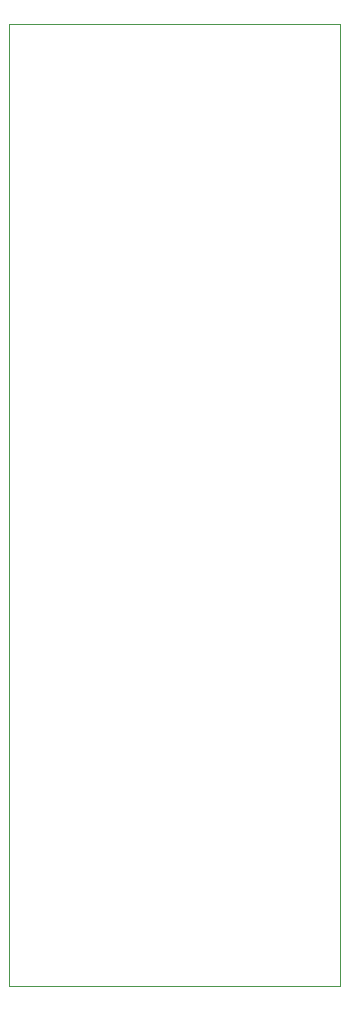
<source format=gm1>
G04 #@! TF.GenerationSoftware,KiCad,Pcbnew,(5.1.12)-1*
G04 #@! TF.CreationDate,2022-10-04T21:51:07-07:00*
G04 #@! TF.ProjectId,HDMIBuffer,48444d49-4275-4666-9665-722e6b696361,rev?*
G04 #@! TF.SameCoordinates,Original*
G04 #@! TF.FileFunction,Profile,NP*
%FSLAX46Y46*%
G04 Gerber Fmt 4.6, Leading zero omitted, Abs format (unit mm)*
G04 Created by KiCad (PCBNEW (5.1.12)-1) date 2022-10-04 21:51:07*
%MOMM*%
%LPD*%
G01*
G04 APERTURE LIST*
G04 #@! TA.AperFunction,Profile*
%ADD10C,0.050000*%
G04 #@! TD*
G04 APERTURE END LIST*
D10*
X111048800Y-64973200D02*
X139090400Y-64973200D01*
X111048800Y-146354800D02*
X139090400Y-146354800D01*
X139090400Y-64973200D02*
X139090400Y-146354800D01*
X111048800Y-64973200D02*
X111048800Y-146354800D01*
M02*

</source>
